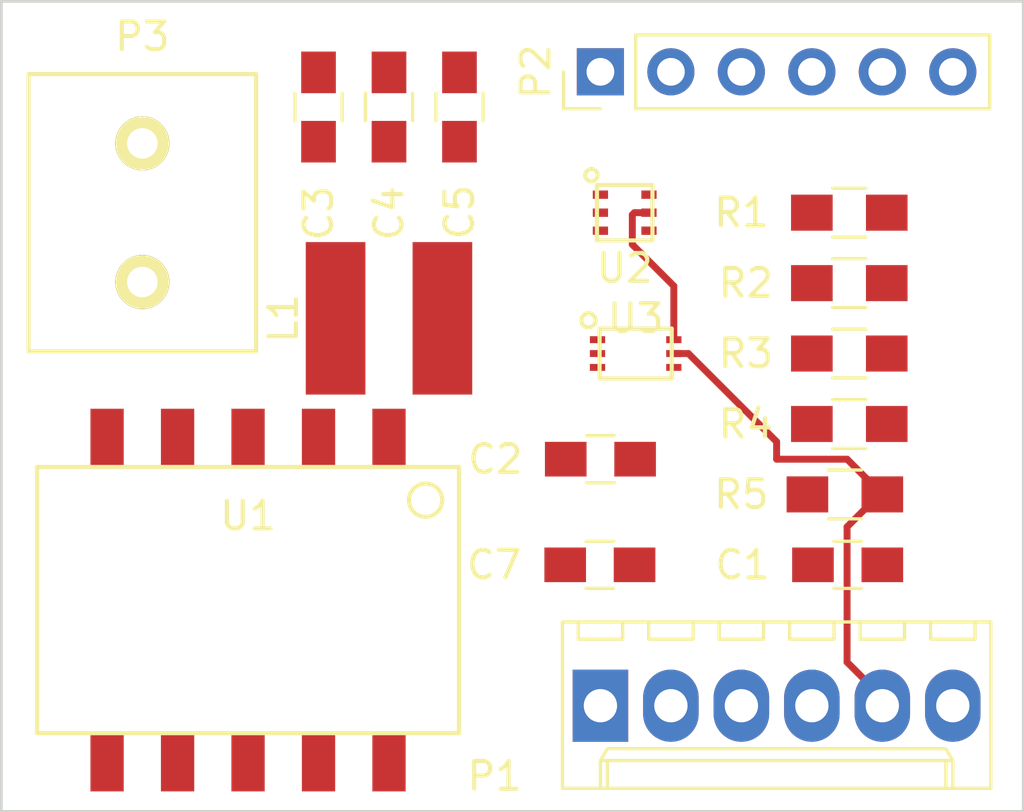
<source format=kicad_pcb>
(kicad_pcb (version 4) (host pcbnew 4.0.1-stable)

  (general
    (links 49)
    (no_connects 46)
    (area 111.709999 93.929999 148.640001 123.240001)
    (thickness 1.6)
    (drawings 4)
    (tracks 15)
    (zones 0)
    (modules 18)
    (nets 11)
  )

  (page A4)
  (layers
    (0 F.Cu signal)
    (31 B.Cu signal)
    (32 B.Adhes user)
    (33 F.Adhes user)
    (34 B.Paste user)
    (35 F.Paste user)
    (36 B.SilkS user)
    (37 F.SilkS user)
    (38 B.Mask user)
    (39 F.Mask user)
    (40 Dwgs.User user)
    (41 Cmts.User user)
    (42 Eco1.User user)
    (43 Eco2.User user)
    (44 Edge.Cuts user)
    (45 Margin user)
    (46 B.CrtYd user)
    (47 F.CrtYd user)
    (48 B.Fab user)
    (49 F.Fab user)
  )

  (setup
    (last_trace_width 0.25)
    (trace_clearance 0.2)
    (zone_clearance 0.508)
    (zone_45_only no)
    (trace_min 0.2)
    (segment_width 0.2)
    (edge_width 0.1)
    (via_size 0.6)
    (via_drill 0.4)
    (via_min_size 0.4)
    (via_min_drill 0.3)
    (uvia_size 0.5)
    (uvia_drill 0.3)
    (uvias_allowed no)
    (uvia_min_size 0.2)
    (uvia_min_drill 0.1)
    (pcb_text_width 0.3)
    (pcb_text_size 1.5 1.5)
    (mod_edge_width 0.15)
    (mod_text_size 1 1)
    (mod_text_width 0.15)
    (pad_size 1.5 1.5)
    (pad_drill 0.6)
    (pad_to_mask_clearance 0)
    (aux_axis_origin 0 0)
    (visible_elements FFFFFF7F)
    (pcbplotparams
      (layerselection 0x00030_80000001)
      (usegerberextensions false)
      (excludeedgelayer true)
      (linewidth 0.100000)
      (plotframeref false)
      (viasonmask false)
      (mode 1)
      (useauxorigin false)
      (hpglpennumber 1)
      (hpglpenspeed 20)
      (hpglpendiameter 15)
      (hpglpenoverlay 2)
      (psnegative false)
      (psa4output false)
      (plotreference true)
      (plotvalue true)
      (plotinvisibletext false)
      (padsonsilk false)
      (subtractmaskfromsilk false)
      (outputformat 1)
      (mirror false)
      (drillshape 1)
      (scaleselection 1)
      (outputdirectory ""))
  )

  (net 0 "")
  (net 1 VCC+3)
  (net 2 GNDREF)
  (net 3 VIN+12)
  (net 4 "Net-(C5-Pad1)")
  (net 5 DVI)
  (net 6 INT)
  (net 7 SDA)
  (net 8 SCL)
  (net 9 VREG+3)
  (net 10 "Net-(U1-PadVADJ)")

  (net_class Default "This is the default net class."
    (clearance 0.2)
    (trace_width 0.25)
    (via_dia 0.6)
    (via_drill 0.4)
    (uvia_dia 0.5)
    (uvia_drill 0.3)
    (add_net DVI)
    (add_net GNDREF)
    (add_net INT)
    (add_net "Net-(C5-Pad1)")
    (add_net "Net-(U1-PadVADJ)")
    (add_net SCL)
    (add_net SDA)
    (add_net VCC+3)
    (add_net VIN+12)
    (add_net VREG+3)
  )

  (module Capacitors_SMD:C_0805_HandSoldering (layer F.Cu) (tedit 58AA84A8) (tstamp 5B04AC1B)
    (at 142.26 114.3)
    (descr "Capacitor SMD 0805, hand soldering")
    (tags "capacitor 0805")
    (path /5B03FF12)
    (attr smd)
    (fp_text reference C1 (at -3.79 0) (layer F.SilkS)
      (effects (font (size 1 1) (thickness 0.15)))
    )
    (fp_text value 10uF (at 3.83 0) (layer F.Fab)
      (effects (font (size 1 1) (thickness 0.15)))
    )
    (fp_text user %R (at -3.79 0) (layer F.Fab)
      (effects (font (size 1 1) (thickness 0.15)))
    )
    (fp_line (start -1 0.62) (end -1 -0.62) (layer F.Fab) (width 0.1))
    (fp_line (start 1 0.62) (end -1 0.62) (layer F.Fab) (width 0.1))
    (fp_line (start 1 -0.62) (end 1 0.62) (layer F.Fab) (width 0.1))
    (fp_line (start -1 -0.62) (end 1 -0.62) (layer F.Fab) (width 0.1))
    (fp_line (start 0.5 -0.85) (end -0.5 -0.85) (layer F.SilkS) (width 0.12))
    (fp_line (start -0.5 0.85) (end 0.5 0.85) (layer F.SilkS) (width 0.12))
    (fp_line (start -2.25 -0.88) (end 2.25 -0.88) (layer F.CrtYd) (width 0.05))
    (fp_line (start -2.25 -0.88) (end -2.25 0.87) (layer F.CrtYd) (width 0.05))
    (fp_line (start 2.25 0.87) (end 2.25 -0.88) (layer F.CrtYd) (width 0.05))
    (fp_line (start 2.25 0.87) (end -2.25 0.87) (layer F.CrtYd) (width 0.05))
    (pad 1 smd rect (at -1.25 0) (size 1.5 1.25) (layers F.Cu F.Paste F.Mask)
      (net 1 VCC+3))
    (pad 2 smd rect (at 1.25 0) (size 1.5 1.25) (layers F.Cu F.Paste F.Mask)
      (net 2 GNDREF))
    (model Capacitors_SMD.3dshapes/C_0805.wrl
      (at (xyz 0 0 0))
      (scale (xyz 1 1 1))
      (rotate (xyz 0 0 0))
    )
  )

  (module Capacitors_SMD:C_0805_HandSoldering (layer F.Cu) (tedit 58AA84A8) (tstamp 5B04AC21)
    (at 133.35 110.49)
    (descr "Capacitor SMD 0805, hand soldering")
    (tags "capacitor 0805")
    (path /5B03FF67)
    (attr smd)
    (fp_text reference C2 (at -3.79 0) (layer F.SilkS)
      (effects (font (size 1 1) (thickness 0.15)))
    )
    (fp_text value 100nF (at -2.54 1.27) (layer F.Fab)
      (effects (font (size 1 1) (thickness 0.15)))
    )
    (fp_text user %R (at -3.79 0) (layer F.Fab)
      (effects (font (size 1 1) (thickness 0.15)))
    )
    (fp_line (start -1 0.62) (end -1 -0.62) (layer F.Fab) (width 0.1))
    (fp_line (start 1 0.62) (end -1 0.62) (layer F.Fab) (width 0.1))
    (fp_line (start 1 -0.62) (end 1 0.62) (layer F.Fab) (width 0.1))
    (fp_line (start -1 -0.62) (end 1 -0.62) (layer F.Fab) (width 0.1))
    (fp_line (start 0.5 -0.85) (end -0.5 -0.85) (layer F.SilkS) (width 0.12))
    (fp_line (start -0.5 0.85) (end 0.5 0.85) (layer F.SilkS) (width 0.12))
    (fp_line (start -2.25 -0.88) (end 2.25 -0.88) (layer F.CrtYd) (width 0.05))
    (fp_line (start -2.25 -0.88) (end -2.25 0.87) (layer F.CrtYd) (width 0.05))
    (fp_line (start 2.25 0.87) (end 2.25 -0.88) (layer F.CrtYd) (width 0.05))
    (fp_line (start 2.25 0.87) (end -2.25 0.87) (layer F.CrtYd) (width 0.05))
    (pad 1 smd rect (at -1.25 0) (size 1.5 1.25) (layers F.Cu F.Paste F.Mask)
      (net 1 VCC+3))
    (pad 2 smd rect (at 1.25 0) (size 1.5 1.25) (layers F.Cu F.Paste F.Mask)
      (net 2 GNDREF))
    (model Capacitors_SMD.3dshapes/C_0805.wrl
      (at (xyz 0 0 0))
      (scale (xyz 1 1 1))
      (rotate (xyz 0 0 0))
    )
  )

  (module Capacitors_SMD:C_0805_HandSoldering (layer F.Cu) (tedit 58AA84A8) (tstamp 5B04AC27)
    (at 123.19 97.79 90)
    (descr "Capacitor SMD 0805, hand soldering")
    (tags "capacitor 0805")
    (path /5B0405B8)
    (attr smd)
    (fp_text reference C3 (at -3.83 0 90) (layer F.SilkS)
      (effects (font (size 1 1) (thickness 0.15)))
    )
    (fp_text value 4.7uF (at 0 1.27 90) (layer F.Fab)
      (effects (font (size 1 1) (thickness 0.15)))
    )
    (fp_text user %R (at -3.83 0 90) (layer F.Fab)
      (effects (font (size 1 1) (thickness 0.15)))
    )
    (fp_line (start -1 0.62) (end -1 -0.62) (layer F.Fab) (width 0.1))
    (fp_line (start 1 0.62) (end -1 0.62) (layer F.Fab) (width 0.1))
    (fp_line (start 1 -0.62) (end 1 0.62) (layer F.Fab) (width 0.1))
    (fp_line (start -1 -0.62) (end 1 -0.62) (layer F.Fab) (width 0.1))
    (fp_line (start 0.5 -0.85) (end -0.5 -0.85) (layer F.SilkS) (width 0.12))
    (fp_line (start -0.5 0.85) (end 0.5 0.85) (layer F.SilkS) (width 0.12))
    (fp_line (start -2.25 -0.88) (end 2.25 -0.88) (layer F.CrtYd) (width 0.05))
    (fp_line (start -2.25 -0.88) (end -2.25 0.87) (layer F.CrtYd) (width 0.05))
    (fp_line (start 2.25 0.87) (end 2.25 -0.88) (layer F.CrtYd) (width 0.05))
    (fp_line (start 2.25 0.87) (end -2.25 0.87) (layer F.CrtYd) (width 0.05))
    (pad 1 smd rect (at -1.25 0 90) (size 1.5 1.25) (layers F.Cu F.Paste F.Mask)
      (net 3 VIN+12))
    (pad 2 smd rect (at 1.25 0 90) (size 1.5 1.25) (layers F.Cu F.Paste F.Mask)
      (net 2 GNDREF))
    (model Capacitors_SMD.3dshapes/C_0805.wrl
      (at (xyz 0 0 0))
      (scale (xyz 1 1 1))
      (rotate (xyz 0 0 0))
    )
  )

  (module Capacitors_SMD:C_0805_HandSoldering (layer F.Cu) (tedit 58AA84A8) (tstamp 5B04AC2D)
    (at 125.73 97.79 90)
    (descr "Capacitor SMD 0805, hand soldering")
    (tags "capacitor 0805")
    (path /5B0406A6)
    (attr smd)
    (fp_text reference C4 (at -3.83 0 90) (layer F.SilkS)
      (effects (font (size 1 1) (thickness 0.15)))
    )
    (fp_text value 4.7uF (at 0 1.27 90) (layer F.Fab)
      (effects (font (size 1 1) (thickness 0.15)))
    )
    (fp_text user %R (at -3.83 0 90) (layer F.Fab)
      (effects (font (size 1 1) (thickness 0.15)))
    )
    (fp_line (start -1 0.62) (end -1 -0.62) (layer F.Fab) (width 0.1))
    (fp_line (start 1 0.62) (end -1 0.62) (layer F.Fab) (width 0.1))
    (fp_line (start 1 -0.62) (end 1 0.62) (layer F.Fab) (width 0.1))
    (fp_line (start -1 -0.62) (end 1 -0.62) (layer F.Fab) (width 0.1))
    (fp_line (start 0.5 -0.85) (end -0.5 -0.85) (layer F.SilkS) (width 0.12))
    (fp_line (start -0.5 0.85) (end 0.5 0.85) (layer F.SilkS) (width 0.12))
    (fp_line (start -2.25 -0.88) (end 2.25 -0.88) (layer F.CrtYd) (width 0.05))
    (fp_line (start -2.25 -0.88) (end -2.25 0.87) (layer F.CrtYd) (width 0.05))
    (fp_line (start 2.25 0.87) (end 2.25 -0.88) (layer F.CrtYd) (width 0.05))
    (fp_line (start 2.25 0.87) (end -2.25 0.87) (layer F.CrtYd) (width 0.05))
    (pad 1 smd rect (at -1.25 0 90) (size 1.5 1.25) (layers F.Cu F.Paste F.Mask)
      (net 3 VIN+12))
    (pad 2 smd rect (at 1.25 0 90) (size 1.5 1.25) (layers F.Cu F.Paste F.Mask)
      (net 2 GNDREF))
    (model Capacitors_SMD.3dshapes/C_0805.wrl
      (at (xyz 0 0 0))
      (scale (xyz 1 1 1))
      (rotate (xyz 0 0 0))
    )
  )

  (module Capacitors_SMD:C_0805_HandSoldering (layer F.Cu) (tedit 58AA84A8) (tstamp 5B04AC33)
    (at 128.27 97.79 90)
    (descr "Capacitor SMD 0805, hand soldering")
    (tags "capacitor 0805")
    (path /5B040718)
    (attr smd)
    (fp_text reference C5 (at -3.79 0 90) (layer F.SilkS)
      (effects (font (size 1 1) (thickness 0.15)))
    )
    (fp_text value 4.7uF (at 0 1.27 90) (layer F.Fab)
      (effects (font (size 1 1) (thickness 0.15)))
    )
    (fp_text user %R (at -3.79 0 90) (layer F.Fab)
      (effects (font (size 1 1) (thickness 0.15)))
    )
    (fp_line (start -1 0.62) (end -1 -0.62) (layer F.Fab) (width 0.1))
    (fp_line (start 1 0.62) (end -1 0.62) (layer F.Fab) (width 0.1))
    (fp_line (start 1 -0.62) (end 1 0.62) (layer F.Fab) (width 0.1))
    (fp_line (start -1 -0.62) (end 1 -0.62) (layer F.Fab) (width 0.1))
    (fp_line (start 0.5 -0.85) (end -0.5 -0.85) (layer F.SilkS) (width 0.12))
    (fp_line (start -0.5 0.85) (end 0.5 0.85) (layer F.SilkS) (width 0.12))
    (fp_line (start -2.25 -0.88) (end 2.25 -0.88) (layer F.CrtYd) (width 0.05))
    (fp_line (start -2.25 -0.88) (end -2.25 0.87) (layer F.CrtYd) (width 0.05))
    (fp_line (start 2.25 0.87) (end 2.25 -0.88) (layer F.CrtYd) (width 0.05))
    (fp_line (start 2.25 0.87) (end -2.25 0.87) (layer F.CrtYd) (width 0.05))
    (pad 1 smd rect (at -1.25 0 90) (size 1.5 1.25) (layers F.Cu F.Paste F.Mask)
      (net 4 "Net-(C5-Pad1)"))
    (pad 2 smd rect (at 1.25 0 90) (size 1.5 1.25) (layers F.Cu F.Paste F.Mask)
      (net 2 GNDREF))
    (model Capacitors_SMD.3dshapes/C_0805.wrl
      (at (xyz 0 0 0))
      (scale (xyz 1 1 1))
      (rotate (xyz 0 0 0))
    )
  )

  (module Capacitors_SMD:C_0805_HandSoldering (layer F.Cu) (tedit 58AA84A8) (tstamp 5B04AC39)
    (at 133.33 114.3)
    (descr "Capacitor SMD 0805, hand soldering")
    (tags "capacitor 0805")
    (path /5B0420C7)
    (attr smd)
    (fp_text reference C7 (at -3.81 0) (layer F.SilkS)
      (effects (font (size 1 1) (thickness 0.15)))
    )
    (fp_text value 100nF (at -2.52 1.27) (layer F.Fab)
      (effects (font (size 1 1) (thickness 0.15)))
    )
    (fp_text user %R (at -3.81 0) (layer F.Fab)
      (effects (font (size 1 1) (thickness 0.15)))
    )
    (fp_line (start -1 0.62) (end -1 -0.62) (layer F.Fab) (width 0.1))
    (fp_line (start 1 0.62) (end -1 0.62) (layer F.Fab) (width 0.1))
    (fp_line (start 1 -0.62) (end 1 0.62) (layer F.Fab) (width 0.1))
    (fp_line (start -1 -0.62) (end 1 -0.62) (layer F.Fab) (width 0.1))
    (fp_line (start 0.5 -0.85) (end -0.5 -0.85) (layer F.SilkS) (width 0.12))
    (fp_line (start -0.5 0.85) (end 0.5 0.85) (layer F.SilkS) (width 0.12))
    (fp_line (start -2.25 -0.88) (end 2.25 -0.88) (layer F.CrtYd) (width 0.05))
    (fp_line (start -2.25 -0.88) (end -2.25 0.87) (layer F.CrtYd) (width 0.05))
    (fp_line (start 2.25 0.87) (end 2.25 -0.88) (layer F.CrtYd) (width 0.05))
    (fp_line (start 2.25 0.87) (end -2.25 0.87) (layer F.CrtYd) (width 0.05))
    (pad 1 smd rect (at -1.25 0) (size 1.5 1.25) (layers F.Cu F.Paste F.Mask)
      (net 5 DVI))
    (pad 2 smd rect (at 1.25 0) (size 1.5 1.25) (layers F.Cu F.Paste F.Mask)
      (net 2 GNDREF))
    (model Capacitors_SMD.3dshapes/C_0805.wrl
      (at (xyz 0 0 0))
      (scale (xyz 1 1 1))
      (rotate (xyz 0 0 0))
    )
  )

  (module ValveTeam_Library:WURTH_INDUCTOR (layer F.Cu) (tedit 5B0407E7) (tstamp 5B04AC3F)
    (at 125.73 105.41 90)
    (path /5B04047D)
    (fp_text reference L1 (at 0 -3.81 90) (layer F.SilkS)
      (effects (font (size 1 1) (thickness 0.15)))
    )
    (fp_text value 3.3uH (at 0 3.81 270) (layer F.Fab)
      (effects (font (size 1 1) (thickness 0.15)))
    )
    (pad 1 smd rect (at 0 -1.925 90) (size 5.5 2.15) (layers F.Cu F.Paste F.Mask)
      (net 3 VIN+12))
    (pad 2 smd rect (at 0 1.925 90) (size 5.5 2.15) (layers F.Cu F.Paste F.Mask)
      (net 4 "Net-(C5-Pad1)"))
  )

  (module Connectors_Molex:Molex_KK-6410-06_06x2.54mm_Straight (layer F.Cu) (tedit 58EE6EEB) (tstamp 5B04AC70)
    (at 133.35 119.38)
    (descr "Connector Headers with Friction Lock, 22-27-2061, http://www.molex.com/pdm_docs/sd/022272021_sd.pdf")
    (tags "connector molex kk_6410 22-27-2061")
    (path /5B042944)
    (fp_text reference P1 (at -3.81 2.54) (layer F.SilkS)
      (effects (font (size 1 1) (thickness 0.15)))
    )
    (fp_text value MOLEX_01X06 (at 6.35 2.54) (layer F.Fab)
      (effects (font (size 1 1) (thickness 0.15)))
    )
    (fp_line (start -1.47 -3.12) (end -1.47 3.08) (layer F.Fab) (width 0.12))
    (fp_line (start -1.47 3.08) (end 14.17 3.08) (layer F.Fab) (width 0.12))
    (fp_line (start 14.17 3.08) (end 14.17 -3.12) (layer F.Fab) (width 0.12))
    (fp_line (start 14.17 -3.12) (end -1.47 -3.12) (layer F.Fab) (width 0.12))
    (fp_line (start -1.37 -3.02) (end -1.37 2.98) (layer F.SilkS) (width 0.12))
    (fp_line (start -1.37 2.98) (end 14.07 2.98) (layer F.SilkS) (width 0.12))
    (fp_line (start 14.07 2.98) (end 14.07 -3.02) (layer F.SilkS) (width 0.12))
    (fp_line (start 14.07 -3.02) (end -1.37 -3.02) (layer F.SilkS) (width 0.12))
    (fp_line (start 0 2.98) (end 0 1.98) (layer F.SilkS) (width 0.12))
    (fp_line (start 0 1.98) (end 12.7 1.98) (layer F.SilkS) (width 0.12))
    (fp_line (start 12.7 1.98) (end 12.7 2.98) (layer F.SilkS) (width 0.12))
    (fp_line (start 0 1.98) (end 0.25 1.55) (layer F.SilkS) (width 0.12))
    (fp_line (start 0.25 1.55) (end 12.45 1.55) (layer F.SilkS) (width 0.12))
    (fp_line (start 12.45 1.55) (end 12.7 1.98) (layer F.SilkS) (width 0.12))
    (fp_line (start 0.25 2.98) (end 0.25 1.98) (layer F.SilkS) (width 0.12))
    (fp_line (start 12.45 2.98) (end 12.45 1.98) (layer F.SilkS) (width 0.12))
    (fp_line (start -0.8 -3.02) (end -0.8 -2.4) (layer F.SilkS) (width 0.12))
    (fp_line (start -0.8 -2.4) (end 0.8 -2.4) (layer F.SilkS) (width 0.12))
    (fp_line (start 0.8 -2.4) (end 0.8 -3.02) (layer F.SilkS) (width 0.12))
    (fp_line (start 1.74 -3.02) (end 1.74 -2.4) (layer F.SilkS) (width 0.12))
    (fp_line (start 1.74 -2.4) (end 3.34 -2.4) (layer F.SilkS) (width 0.12))
    (fp_line (start 3.34 -2.4) (end 3.34 -3.02) (layer F.SilkS) (width 0.12))
    (fp_line (start 4.28 -3.02) (end 4.28 -2.4) (layer F.SilkS) (width 0.12))
    (fp_line (start 4.28 -2.4) (end 5.88 -2.4) (layer F.SilkS) (width 0.12))
    (fp_line (start 5.88 -2.4) (end 5.88 -3.02) (layer F.SilkS) (width 0.12))
    (fp_line (start 6.82 -3.02) (end 6.82 -2.4) (layer F.SilkS) (width 0.12))
    (fp_line (start 6.82 -2.4) (end 8.42 -2.4) (layer F.SilkS) (width 0.12))
    (fp_line (start 8.42 -2.4) (end 8.42 -3.02) (layer F.SilkS) (width 0.12))
    (fp_line (start 9.36 -3.02) (end 9.36 -2.4) (layer F.SilkS) (width 0.12))
    (fp_line (start 9.36 -2.4) (end 10.96 -2.4) (layer F.SilkS) (width 0.12))
    (fp_line (start 10.96 -2.4) (end 10.96 -3.02) (layer F.SilkS) (width 0.12))
    (fp_line (start 11.9 -3.02) (end 11.9 -2.4) (layer F.SilkS) (width 0.12))
    (fp_line (start 11.9 -2.4) (end 13.5 -2.4) (layer F.SilkS) (width 0.12))
    (fp_line (start 13.5 -2.4) (end 13.5 -3.02) (layer F.SilkS) (width 0.12))
    (fp_line (start -1.9 3.5) (end -1.9 -3.55) (layer F.CrtYd) (width 0.05))
    (fp_line (start -1.9 -3.55) (end 14.6 -3.55) (layer F.CrtYd) (width 0.05))
    (fp_line (start 14.6 -3.55) (end 14.6 3.5) (layer F.CrtYd) (width 0.05))
    (fp_line (start 14.6 3.5) (end -1.9 3.5) (layer F.CrtYd) (width 0.05))
    (fp_text user %R (at 6.35 0) (layer F.Fab)
      (effects (font (size 1 1) (thickness 0.15)))
    )
    (pad 1 thru_hole rect (at 0 0) (size 2 2.6) (drill 1.2) (layers *.Cu *.Mask)
      (net 1 VCC+3))
    (pad 2 thru_hole oval (at 2.54 0) (size 2 2.6) (drill 1.2) (layers *.Cu *.Mask)
      (net 6 INT))
    (pad 3 thru_hole oval (at 5.08 0) (size 2 2.6) (drill 1.2) (layers *.Cu *.Mask)
      (net 7 SDA))
    (pad 4 thru_hole oval (at 7.62 0) (size 2 2.6) (drill 1.2) (layers *.Cu *.Mask)
      (net 8 SCL))
    (pad 5 thru_hole oval (at 10.16 0) (size 2 2.6) (drill 1.2) (layers *.Cu *.Mask)
      (net 5 DVI))
    (pad 6 thru_hole oval (at 12.7 0) (size 2 2.6) (drill 1.2) (layers *.Cu *.Mask)
      (net 2 GNDREF))
    (model ${KISYS3DMOD}/Connectors_Molex.3dshapes/Molex_KK-6410-06_06x2.54mm_Straight.wrl
      (at (xyz 0 0 0))
      (scale (xyz 1 1 1))
      (rotate (xyz 0 0 0))
    )
  )

  (module Pin_Headers:Pin_Header_Straight_1x06_Pitch2.54mm (layer F.Cu) (tedit 59650532) (tstamp 5B04AC7A)
    (at 133.35 96.52 90)
    (descr "Through hole straight pin header, 1x06, 2.54mm pitch, single row")
    (tags "Through hole pin header THT 1x06 2.54mm single row")
    (path /5B042C04)
    (fp_text reference P2 (at 0 -2.33 90) (layer F.SilkS)
      (effects (font (size 1 1) (thickness 0.15)))
    )
    (fp_text value HEADER_01X06 (at -2.54 8.89 180) (layer F.Fab)
      (effects (font (size 1 1) (thickness 0.15)))
    )
    (fp_line (start -0.635 -1.27) (end 1.27 -1.27) (layer F.Fab) (width 0.1))
    (fp_line (start 1.27 -1.27) (end 1.27 13.97) (layer F.Fab) (width 0.1))
    (fp_line (start 1.27 13.97) (end -1.27 13.97) (layer F.Fab) (width 0.1))
    (fp_line (start -1.27 13.97) (end -1.27 -0.635) (layer F.Fab) (width 0.1))
    (fp_line (start -1.27 -0.635) (end -0.635 -1.27) (layer F.Fab) (width 0.1))
    (fp_line (start -1.33 14.03) (end 1.33 14.03) (layer F.SilkS) (width 0.12))
    (fp_line (start -1.33 1.27) (end -1.33 14.03) (layer F.SilkS) (width 0.12))
    (fp_line (start 1.33 1.27) (end 1.33 14.03) (layer F.SilkS) (width 0.12))
    (fp_line (start -1.33 1.27) (end 1.33 1.27) (layer F.SilkS) (width 0.12))
    (fp_line (start -1.33 0) (end -1.33 -1.33) (layer F.SilkS) (width 0.12))
    (fp_line (start -1.33 -1.33) (end 0 -1.33) (layer F.SilkS) (width 0.12))
    (fp_line (start -1.8 -1.8) (end -1.8 14.5) (layer F.CrtYd) (width 0.05))
    (fp_line (start -1.8 14.5) (end 1.8 14.5) (layer F.CrtYd) (width 0.05))
    (fp_line (start 1.8 14.5) (end 1.8 -1.8) (layer F.CrtYd) (width 0.05))
    (fp_line (start 1.8 -1.8) (end -1.8 -1.8) (layer F.CrtYd) (width 0.05))
    (fp_text user %R (at 0 6.35 180) (layer F.Fab)
      (effects (font (size 1 1) (thickness 0.15)))
    )
    (pad 1 thru_hole rect (at 0 0 90) (size 1.7 1.7) (drill 1) (layers *.Cu *.Mask)
      (net 1 VCC+3))
    (pad 2 thru_hole oval (at 0 2.54 90) (size 1.7 1.7) (drill 1) (layers *.Cu *.Mask)
      (net 6 INT))
    (pad 3 thru_hole oval (at 0 5.08 90) (size 1.7 1.7) (drill 1) (layers *.Cu *.Mask)
      (net 7 SDA))
    (pad 4 thru_hole oval (at 0 7.62 90) (size 1.7 1.7) (drill 1) (layers *.Cu *.Mask)
      (net 8 SCL))
    (pad 5 thru_hole oval (at 0 10.16 90) (size 1.7 1.7) (drill 1) (layers *.Cu *.Mask)
      (net 5 DVI))
    (pad 6 thru_hole oval (at 0 12.7 90) (size 1.7 1.7) (drill 1) (layers *.Cu *.Mask)
      (net 2 GNDREF))
    (model ${KISYS3DMOD}/Pin_Headers.3dshapes/Pin_Header_Straight_1x06_Pitch2.54mm.wrl
      (at (xyz 0 0 0))
      (scale (xyz 1 1 1))
      (rotate (xyz 0 0 0))
    )
  )

  (module ValveTeam_Library:TE_TERM (layer F.Cu) (tedit 5B0423B0) (tstamp 5B04AC84)
    (at 116.84 101.6 270)
    (path /5B0420AC)
    (fp_text reference P3 (at -6.35 0 360) (layer F.SilkS)
      (effects (font (size 1 1) (thickness 0.15)))
    )
    (fp_text value TERM_01X02 (at 0 -2.54 450) (layer F.Fab)
      (effects (font (size 1 1) (thickness 0.15)))
    )
    (fp_line (start -5 -4.1) (end 5 -4.1) (layer F.SilkS) (width 0.15))
    (fp_line (start 5 -4.1) (end 5 4.1) (layer F.SilkS) (width 0.15))
    (fp_line (start -5 4.1) (end 5 4.1) (layer F.SilkS) (width 0.15))
    (fp_line (start -5 -4.1) (end -5 4.1) (layer F.SilkS) (width 0.15))
    (pad 2 thru_hole circle (at 2.5 0 270) (size 1.95 1.95) (drill 1.1) (layers *.Cu *.Mask F.SilkS)
      (net 2 GNDREF))
    (pad 1 thru_hole circle (at -2.5 0 270) (size 1.95 1.95) (drill 1.1) (layers *.Cu *.Mask F.SilkS)
      (net 3 VIN+12))
  )

  (module Resistors_SMD:R_0805_HandSoldering (layer F.Cu) (tedit 58E0A804) (tstamp 5B04AC8A)
    (at 142.32 101.6)
    (descr "Resistor SMD 0805, hand soldering")
    (tags "resistor 0805")
    (path /5B03FD2D)
    (attr smd)
    (fp_text reference R1 (at -3.89 0) (layer F.SilkS)
      (effects (font (size 1 1) (thickness 0.15)))
    )
    (fp_text value 10R (at 3.89 0) (layer F.Fab)
      (effects (font (size 1 1) (thickness 0.15)))
    )
    (fp_text user %R (at 0 0) (layer F.Fab)
      (effects (font (size 0.5 0.5) (thickness 0.075)))
    )
    (fp_line (start -1 0.62) (end -1 -0.62) (layer F.Fab) (width 0.1))
    (fp_line (start 1 0.62) (end -1 0.62) (layer F.Fab) (width 0.1))
    (fp_line (start 1 -0.62) (end 1 0.62) (layer F.Fab) (width 0.1))
    (fp_line (start -1 -0.62) (end 1 -0.62) (layer F.Fab) (width 0.1))
    (fp_line (start 0.6 0.88) (end -0.6 0.88) (layer F.SilkS) (width 0.12))
    (fp_line (start -0.6 -0.88) (end 0.6 -0.88) (layer F.SilkS) (width 0.12))
    (fp_line (start -2.35 -0.9) (end 2.35 -0.9) (layer F.CrtYd) (width 0.05))
    (fp_line (start -2.35 -0.9) (end -2.35 0.9) (layer F.CrtYd) (width 0.05))
    (fp_line (start 2.35 0.9) (end 2.35 -0.9) (layer F.CrtYd) (width 0.05))
    (fp_line (start 2.35 0.9) (end -2.35 0.9) (layer F.CrtYd) (width 0.05))
    (pad 1 smd rect (at -1.35 0) (size 1.5 1.3) (layers F.Cu F.Paste F.Mask)
      (net 1 VCC+3))
    (pad 2 smd rect (at 1.35 0) (size 1.5 1.3) (layers F.Cu F.Paste F.Mask)
      (net 9 VREG+3))
    (model ${KISYS3DMOD}/Resistors_SMD.3dshapes/R_0805.wrl
      (at (xyz 0 0 0))
      (scale (xyz 1 1 1))
      (rotate (xyz 0 0 0))
    )
  )

  (module Resistors_SMD:R_0805_HandSoldering (layer F.Cu) (tedit 58E0A804) (tstamp 5B04AC90)
    (at 142.32 104.14)
    (descr "Resistor SMD 0805, hand soldering")
    (tags "resistor 0805")
    (path /5B0413D3)
    (attr smd)
    (fp_text reference R2 (at -3.73 0) (layer F.SilkS)
      (effects (font (size 1 1) (thickness 0.15)))
    )
    (fp_text value 4.7k (at 3.89 0) (layer F.Fab)
      (effects (font (size 1 1) (thickness 0.15)))
    )
    (fp_text user %R (at 0 0) (layer F.Fab)
      (effects (font (size 0.5 0.5) (thickness 0.075)))
    )
    (fp_line (start -1 0.62) (end -1 -0.62) (layer F.Fab) (width 0.1))
    (fp_line (start 1 0.62) (end -1 0.62) (layer F.Fab) (width 0.1))
    (fp_line (start 1 -0.62) (end 1 0.62) (layer F.Fab) (width 0.1))
    (fp_line (start -1 -0.62) (end 1 -0.62) (layer F.Fab) (width 0.1))
    (fp_line (start 0.6 0.88) (end -0.6 0.88) (layer F.SilkS) (width 0.12))
    (fp_line (start -0.6 -0.88) (end 0.6 -0.88) (layer F.SilkS) (width 0.12))
    (fp_line (start -2.35 -0.9) (end 2.35 -0.9) (layer F.CrtYd) (width 0.05))
    (fp_line (start -2.35 -0.9) (end -2.35 0.9) (layer F.CrtYd) (width 0.05))
    (fp_line (start 2.35 0.9) (end 2.35 -0.9) (layer F.CrtYd) (width 0.05))
    (fp_line (start 2.35 0.9) (end -2.35 0.9) (layer F.CrtYd) (width 0.05))
    (pad 1 smd rect (at -1.35 0) (size 1.5 1.3) (layers F.Cu F.Paste F.Mask)
      (net 1 VCC+3))
    (pad 2 smd rect (at 1.35 0) (size 1.5 1.3) (layers F.Cu F.Paste F.Mask)
      (net 8 SCL))
    (model ${KISYS3DMOD}/Resistors_SMD.3dshapes/R_0805.wrl
      (at (xyz 0 0 0))
      (scale (xyz 1 1 1))
      (rotate (xyz 0 0 0))
    )
  )

  (module Resistors_SMD:R_0805_HandSoldering (layer F.Cu) (tedit 58E0A804) (tstamp 5B04AC96)
    (at 142.32 106.68)
    (descr "Resistor SMD 0805, hand soldering")
    (tags "resistor 0805")
    (path /5B04143F)
    (attr smd)
    (fp_text reference R3 (at -3.73 0) (layer F.SilkS)
      (effects (font (size 1 1) (thickness 0.15)))
    )
    (fp_text value 4.7k (at 3.89 0) (layer F.Fab)
      (effects (font (size 1 1) (thickness 0.15)))
    )
    (fp_text user %R (at 0 0) (layer F.Fab)
      (effects (font (size 0.5 0.5) (thickness 0.075)))
    )
    (fp_line (start -1 0.62) (end -1 -0.62) (layer F.Fab) (width 0.1))
    (fp_line (start 1 0.62) (end -1 0.62) (layer F.Fab) (width 0.1))
    (fp_line (start 1 -0.62) (end 1 0.62) (layer F.Fab) (width 0.1))
    (fp_line (start -1 -0.62) (end 1 -0.62) (layer F.Fab) (width 0.1))
    (fp_line (start 0.6 0.88) (end -0.6 0.88) (layer F.SilkS) (width 0.12))
    (fp_line (start -0.6 -0.88) (end 0.6 -0.88) (layer F.SilkS) (width 0.12))
    (fp_line (start -2.35 -0.9) (end 2.35 -0.9) (layer F.CrtYd) (width 0.05))
    (fp_line (start -2.35 -0.9) (end -2.35 0.9) (layer F.CrtYd) (width 0.05))
    (fp_line (start 2.35 0.9) (end 2.35 -0.9) (layer F.CrtYd) (width 0.05))
    (fp_line (start 2.35 0.9) (end -2.35 0.9) (layer F.CrtYd) (width 0.05))
    (pad 1 smd rect (at -1.35 0) (size 1.5 1.3) (layers F.Cu F.Paste F.Mask)
      (net 1 VCC+3))
    (pad 2 smd rect (at 1.35 0) (size 1.5 1.3) (layers F.Cu F.Paste F.Mask)
      (net 7 SDA))
    (model ${KISYS3DMOD}/Resistors_SMD.3dshapes/R_0805.wrl
      (at (xyz 0 0 0))
      (scale (xyz 1 1 1))
      (rotate (xyz 0 0 0))
    )
  )

  (module Resistors_SMD:R_0805_HandSoldering (layer F.Cu) (tedit 58E0A804) (tstamp 5B04AC9C)
    (at 142.32 109.22)
    (descr "Resistor SMD 0805, hand soldering")
    (tags "resistor 0805")
    (path /5B041CDC)
    (attr smd)
    (fp_text reference R4 (at -3.73 0) (layer F.SilkS)
      (effects (font (size 1 1) (thickness 0.15)))
    )
    (fp_text value 10k (at 3.89 0) (layer F.Fab)
      (effects (font (size 1 1) (thickness 0.15)))
    )
    (fp_text user %R (at 0 0) (layer F.Fab)
      (effects (font (size 0.5 0.5) (thickness 0.075)))
    )
    (fp_line (start -1 0.62) (end -1 -0.62) (layer F.Fab) (width 0.1))
    (fp_line (start 1 0.62) (end -1 0.62) (layer F.Fab) (width 0.1))
    (fp_line (start 1 -0.62) (end 1 0.62) (layer F.Fab) (width 0.1))
    (fp_line (start -1 -0.62) (end 1 -0.62) (layer F.Fab) (width 0.1))
    (fp_line (start 0.6 0.88) (end -0.6 0.88) (layer F.SilkS) (width 0.12))
    (fp_line (start -0.6 -0.88) (end 0.6 -0.88) (layer F.SilkS) (width 0.12))
    (fp_line (start -2.35 -0.9) (end 2.35 -0.9) (layer F.CrtYd) (width 0.05))
    (fp_line (start -2.35 -0.9) (end -2.35 0.9) (layer F.CrtYd) (width 0.05))
    (fp_line (start 2.35 0.9) (end 2.35 -0.9) (layer F.CrtYd) (width 0.05))
    (fp_line (start 2.35 0.9) (end -2.35 0.9) (layer F.CrtYd) (width 0.05))
    (pad 1 smd rect (at -1.35 0) (size 1.5 1.3) (layers F.Cu F.Paste F.Mask)
      (net 1 VCC+3))
    (pad 2 smd rect (at 1.35 0) (size 1.5 1.3) (layers F.Cu F.Paste F.Mask)
      (net 6 INT))
    (model ${KISYS3DMOD}/Resistors_SMD.3dshapes/R_0805.wrl
      (at (xyz 0 0 0))
      (scale (xyz 1 1 1))
      (rotate (xyz 0 0 0))
    )
  )

  (module Resistors_SMD:R_0805_HandSoldering (layer F.Cu) (tedit 58E0A804) (tstamp 5B04ACA2)
    (at 142.16 111.76)
    (descr "Resistor SMD 0805, hand soldering")
    (tags "resistor 0805")
    (path /5B0420C0)
    (attr smd)
    (fp_text reference R5 (at -3.73 0) (layer F.SilkS)
      (effects (font (size 1 1) (thickness 0.15)))
    )
    (fp_text value 1k (at 3.89 0) (layer F.Fab)
      (effects (font (size 1 1) (thickness 0.15)))
    )
    (fp_text user %R (at 0 0) (layer F.Fab)
      (effects (font (size 0.5 0.5) (thickness 0.075)))
    )
    (fp_line (start -1 0.62) (end -1 -0.62) (layer F.Fab) (width 0.1))
    (fp_line (start 1 0.62) (end -1 0.62) (layer F.Fab) (width 0.1))
    (fp_line (start 1 -0.62) (end 1 0.62) (layer F.Fab) (width 0.1))
    (fp_line (start -1 -0.62) (end 1 -0.62) (layer F.Fab) (width 0.1))
    (fp_line (start 0.6 0.88) (end -0.6 0.88) (layer F.SilkS) (width 0.12))
    (fp_line (start -0.6 -0.88) (end 0.6 -0.88) (layer F.SilkS) (width 0.12))
    (fp_line (start -2.35 -0.9) (end 2.35 -0.9) (layer F.CrtYd) (width 0.05))
    (fp_line (start -2.35 -0.9) (end -2.35 0.9) (layer F.CrtYd) (width 0.05))
    (fp_line (start 2.35 0.9) (end 2.35 -0.9) (layer F.CrtYd) (width 0.05))
    (fp_line (start 2.35 0.9) (end -2.35 0.9) (layer F.CrtYd) (width 0.05))
    (pad 1 smd rect (at -1.35 0) (size 1.5 1.3) (layers F.Cu F.Paste F.Mask)
      (net 1 VCC+3))
    (pad 2 smd rect (at 1.35 0) (size 1.5 1.3) (layers F.Cu F.Paste F.Mask)
      (net 5 DVI))
    (model ${KISYS3DMOD}/Resistors_SMD.3dshapes/R_0805.wrl
      (at (xyz 0 0 0))
      (scale (xyz 1 1 1))
      (rotate (xyz 0 0 0))
    )
  )

  (module ValveTeam_Library:STR05 (layer F.Cu) (tedit 5B04362E) (tstamp 5B04ACB5)
    (at 120.65 115.57 180)
    (path /5B04013D)
    (fp_text reference U1 (at 0 3.04 180) (layer F.SilkS)
      (effects (font (size 1 1) (thickness 0.15)))
    )
    (fp_text value STR05 (at 0 -2.54 180) (layer F.Fab)
      (effects (font (size 1 1) (thickness 0.15)))
    )
    (fp_circle (center -6.4 3.6) (end -6.4 3) (layer F.SilkS) (width 0.15))
    (fp_line (start 7.6 4.8) (end 7.6 -4.8) (layer F.SilkS) (width 0.15))
    (fp_line (start -7.6 -4.8) (end -7.6 4.8) (layer F.SilkS) (width 0.15))
    (fp_line (start -7.62 -4.8) (end 7.62 -4.8) (layer F.SilkS) (width 0.15))
    (fp_line (start 7.62 4.8) (end -7.62 4.8) (layer F.SilkS) (width 0.15))
    (pad VADJ smd rect (at 5.08 -5.85 180) (size 1.2 2.1) (layers F.Cu F.Paste F.Mask)
      (net 10 "Net-(U1-PadVADJ)"))
    (pad GND smd rect (at 2.54 -5.85 180) (size 1.2 2.1) (layers F.Cu F.Paste F.Mask)
      (net 2 GNDREF))
    (pad REM smd rect (at -5.08 -5.85 180) (size 1.2 2.1) (layers F.Cu F.Paste F.Mask))
    (pad GND smd rect (at -2.54 -5.85 180) (size 1.2 2.1) (layers F.Cu F.Paste F.Mask)
      (net 2 GNDREF))
    (pad VO smd rect (at 5.08 5.85 180) (size 1.2 2.1) (layers F.Cu F.Paste F.Mask)
      (net 9 VREG+3))
    (pad VO smd rect (at 2.54 5.85 180) (size 1.2 2.1) (layers F.Cu F.Paste F.Mask)
      (net 9 VREG+3))
    (pad VI smd rect (at -5.08 5.85 180) (size 1.2 2.1) (layers F.Cu F.Paste F.Mask)
      (net 4 "Net-(C5-Pad1)"))
    (pad VI smd rect (at -2.54 5.85 180) (size 1.2 2.1) (layers F.Cu F.Paste F.Mask)
      (net 4 "Net-(C5-Pad1)"))
    (pad GND smd rect (at 0 5.85 180) (size 1.2 2.1) (layers F.Cu F.Paste F.Mask)
      (net 2 GNDREF))
    (pad GND smd rect (at 0 -5.85 180) (size 1.2 2.1) (layers F.Cu F.Paste F.Mask)
      (net 2 GNDREF))
  )

  (module ValveTeam_Library:VEML6030 (layer F.Cu) (tedit 5B03F9FC) (tstamp 5B04ACC4)
    (at 134.225 101.6)
    (path /5B03FB09)
    (fp_text reference U2 (at 0 2) (layer F.SilkS)
      (effects (font (size 1 1) (thickness 0.15)))
    )
    (fp_text value VEML6030 (at -2.54 0 270) (layer F.Fab)
      (effects (font (size 1 1) (thickness 0.15)))
    )
    (fp_circle (center -1.2 -1.35) (end -1 -1.45) (layer F.SilkS) (width 0.15))
    (fp_line (start -1 -1) (end 1 -1) (layer F.SilkS) (width 0.15))
    (fp_line (start 1 -1) (end 1 1) (layer F.SilkS) (width 0.15))
    (fp_line (start -1 1) (end 1 1) (layer F.SilkS) (width 0.15))
    (fp_line (start -1 -1) (end -1 1) (layer F.SilkS) (width 0.15))
    (pad 1 smd rect (at -0.875 -0.65) (size 0.55 0.3) (layers F.Cu F.Paste F.Mask)
      (net 2 GNDREF))
    (pad 2 smd rect (at -0.875 0) (size 0.55 0.3) (layers F.Cu F.Paste F.Mask)
      (net 7 SDA))
    (pad 3 smd rect (at -0.875 0.65) (size 0.55 0.3) (layers F.Cu F.Paste F.Mask)
      (net 6 INT))
    (pad 4 smd rect (at 0.875 0.65) (size 0.55 0.3) (layers F.Cu F.Paste F.Mask)
      (net 2 GNDREF))
    (pad 5 smd rect (at 0.875 0) (size 0.55 0.3) (layers F.Cu F.Paste F.Mask)
      (net 8 SCL))
    (pad 6 smd rect (at 0.875 -0.65) (size 0.55 0.3) (layers F.Cu F.Paste F.Mask)
      (net 1 VCC+3))
  )

  (module ValveTeam_Library:WSOF6 (layer F.Cu) (tedit 5B03F29D) (tstamp 5B04ACD3)
    (at 134.62 106.68)
    (path /5B03FB7A)
    (fp_text reference U3 (at 0 -1.27) (layer F.SilkS)
      (effects (font (size 1 1) (thickness 0.15)))
    )
    (fp_text value BH1750 (at 2.54 3.81 270) (layer F.Fab)
      (effects (font (size 1 1) (thickness 0.15)))
    )
    (fp_circle (center -1.7 -1.2) (end -1.45 -1.25) (layer F.SilkS) (width 0.15))
    (fp_line (start -1.3 -0.9) (end 1.3 -0.9) (layer F.SilkS) (width 0.15))
    (fp_line (start 1.3 -0.9) (end 1.3 0.9) (layer F.SilkS) (width 0.15))
    (fp_line (start -1.3 0.9) (end 1.3 0.9) (layer F.SilkS) (width 0.15))
    (fp_line (start -1.3 -0.9) (end -1.3 0.9) (layer F.SilkS) (width 0.15))
    (pad 6 smd rect (at 1.375 -0.5) (size 0.55 0.25) (layers F.Cu F.Paste F.Mask)
      (net 8 SCL))
    (pad 1 smd rect (at -1.375 -0.5) (size 0.55 0.25) (layers F.Cu F.Paste F.Mask)
      (net 1 VCC+3))
    (pad 2 smd rect (at -1.375 0) (size 0.55 0.25) (layers F.Cu F.Paste F.Mask)
      (net 1 VCC+3))
    (pad 3 smd rect (at -1.375 0.5) (size 0.55 0.25) (layers F.Cu F.Paste F.Mask)
      (net 2 GNDREF))
    (pad 4 smd rect (at 1.375 0.5) (size 0.55 0.25) (layers F.Cu F.Paste F.Mask)
      (net 7 SDA))
    (pad 5 smd rect (at 1.375 0) (size 0.55 0.25) (layers F.Cu F.Paste F.Mask)
      (net 5 DVI))
  )

  (gr_line (start 148.59 123.19) (end 148.59 93.98) (layer Edge.Cuts) (width 0.1))
  (gr_line (start 111.76 123.19) (end 148.59 123.19) (layer Edge.Cuts) (width 0.1))
  (gr_line (start 148.59 93.98) (end 111.76 93.98) (layer Edge.Cuts) (width 0.1))
  (gr_line (start 111.76 93.98) (end 111.76 123.19) (layer Edge.Cuts) (width 0.1))

  (segment (start 142.24 110.49) (end 143.51 111.76) (width 0.25) (layer F.Cu) (net 5))
  (segment (start 139.7 110.49) (end 142.24 110.49) (width 0.25) (layer F.Cu) (net 5))
  (segment (start 139.7 109.86) (end 139.7 110.49) (width 0.25) (layer F.Cu) (net 5))
  (segment (start 135.995 106.68) (end 136.52 106.68) (width 0.25) (layer F.Cu) (net 5))
  (segment (start 136.52 106.68) (end 139.7 109.86) (width 0.25) (layer F.Cu) (net 5))
  (segment (start 142.24 117.81) (end 142.24 112.93) (width 0.25) (layer F.Cu) (net 5))
  (segment (start 142.24 112.93) (end 143.41 111.76) (width 0.25) (layer F.Cu) (net 5))
  (segment (start 143.41 111.76) (end 143.51 111.76) (width 0.25) (layer F.Cu) (net 5))
  (segment (start 143.51 119.38) (end 143.51 119.08) (width 0.25) (layer F.Cu) (net 5))
  (segment (start 143.51 119.08) (end 142.24 117.81) (width 0.25) (layer F.Cu) (net 5))
  (segment (start 135.995 104.245) (end 134.499999 102.749999) (width 0.25) (layer F.Cu) (net 8))
  (segment (start 134.499999 102.749999) (end 134.499999 101.675001) (width 0.25) (layer F.Cu) (net 8))
  (segment (start 134.499999 101.675001) (end 134.575 101.6) (width 0.25) (layer F.Cu) (net 8))
  (segment (start 134.575 101.6) (end 135.1 101.6) (width 0.25) (layer F.Cu) (net 8))
  (segment (start 135.995 106.18) (end 135.995 104.245) (width 0.25) (layer F.Cu) (net 8))

)

</source>
